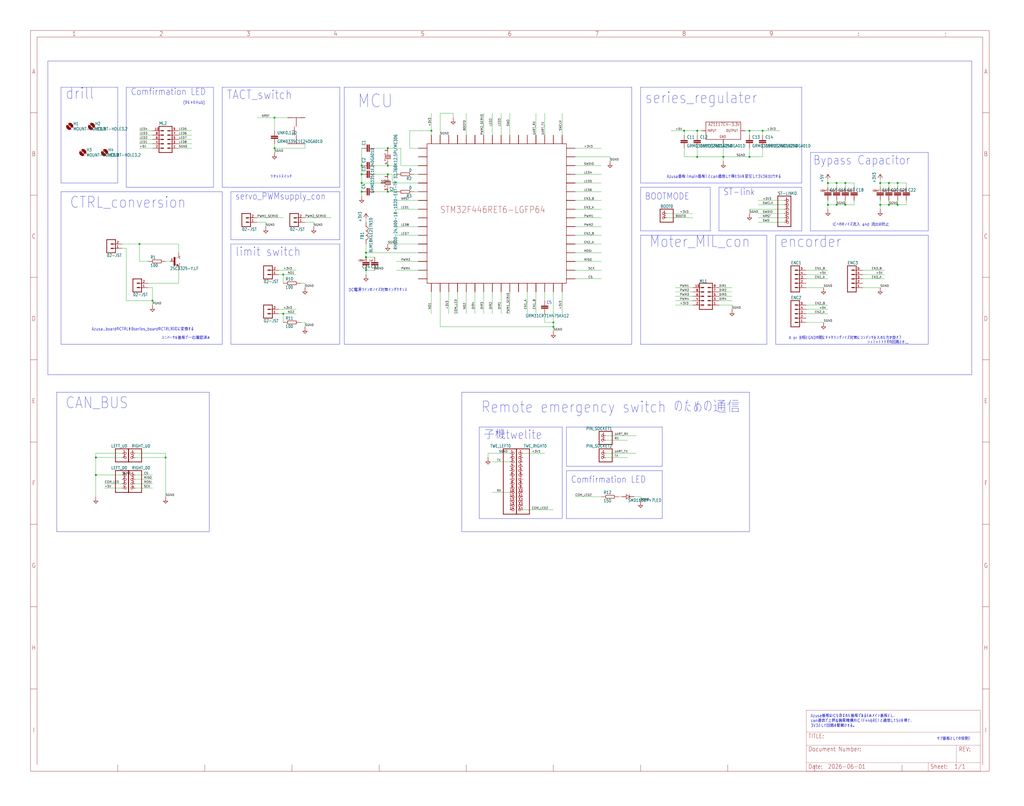
<source format=kicad_sch>
(kicad_sch (version 20230121) (generator eeschema)
  (paper "User" 596.9 469.951)
  (junction (at 165.1 182.88))
  (junction (at 406.4 76.2))
  (junction (at 518.16 119.38))
  (junction (at 444.5 76.2))
  (junction (at 210.82 111.76))
  (junction (at 55.88 266.7))
  (junction (at 513.08 106.68))
  (junction (at 487.68 106.68))
  (junction (at 226.06 86.36))
  (junction (at 406.4 91.44))
  (junction (at 213.36 149.86))
  (junction (at 96.52 266.7))
  (junction (at 165.1 160.02))
  (junction (at 251.46 76.2))
  (junction (at 513.08 119.38))
  (junction (at 492.76 106.68))
  (junction (at 487.68 119.38))
  (junction (at 398.78 76.2))
  (junction (at 436.88 91.44))
  (junction (at 523.24 119.38))
  (junction (at 421.64 91.44))
  (junction (at 210.82 101.6))
  (junction (at 88.9 175.26))
  (junction (at 210.82 106.68))
  (junction (at 322.58 187.96))
  (junction (at 226.06 96.52))
  (junction (at 482.6 106.68))
  (junction (at 518.16 106.68))
  (junction (at 482.6 119.38))
  (junction (at 81.28 142.24))
  (junction (at 55.88 276.86))
  (junction (at 210.82 96.52))
  (junction (at 322.58 190.5))
  (junction (at 226.06 111.76))
  (junction (at 213.36 147.32))
  (junction (at 492.76 119.38))
  (junction (at 436.88 76.2))
  (junction (at 160.02 68.58))
  (junction (at 523.24 106.68))
  (junction (at 226.06 101.6))
  (junction (at 160.02 86.36))
  (junction (at 213.36 157.48))
  (wire (pts (xy 327.66 78.74) (xy 327.66 66.04)) (stroke (width 0.1524)))
  (polyline (pts (xy 35.56 50.8) (xy 68.58 50.8)) (stroke (width 0.1524) (type solid)))
  (wire (pts (xy 457.2 124.46) (xy 441.96 124.46)) (stroke (width 0.1524)))
  (wire (pts (xy 78.74 279.4) (xy 88.9 279.4)) (stroke (width 0.1524)))
  (polyline (pts (xy 35.56 200.66) (xy 35.56 111.76)) (stroke (width 0.1524) (type solid)))
  (wire (pts (xy 436.88 121.92) (xy 457.2 121.92)) (stroke (width 0.1524)))
  (wire (pts (xy 307.34 170.18) (xy 307.34 182.88)) (stroke (width 0.1524)))
  (wire (pts (xy 419.1 167.64) (xy 426.72 167.64)) (stroke (width 0.1524)))
  (wire (pts (xy 482.6 106.68) (xy 482.6 109.22)) (stroke (width 0.1524)))
  (polyline (pts (xy 35.56 111.76) (xy 129.54 111.76)) (stroke (width 0.1524) (type solid)))
  (wire (pts (xy 335.28 137.16) (xy 350.52 137.16)) (stroke (width 0.1524)))
  (wire (pts (xy 177.8 83.83) (xy 177.8 86.36)) (stroke (width 0.1524)))
  (polyline (pts (xy 73.66 109.22) (xy 124.46 109.22)) (stroke (width 0.1524) (type solid)))
  (wire (pts (xy 231.14 96.52) (xy 231.14 101.6)) (stroke (width 0.1524)))
  (wire (pts (xy 335.28 147.32) (xy 350.52 147.32)) (stroke (width 0.1524)))
  (wire (pts (xy 226.06 111.76) (xy 218.44 111.76)) (stroke (width 0.1524)))
  (wire (pts (xy 177.8 127) (xy 193.04 127)) (stroke (width 0.1524)))
  (wire (pts (xy 355.6 91.44) (xy 355.6 93.98)) (stroke (width 0.1524)))
  (wire (pts (xy 436.88 124.46) (xy 436.88 121.92)) (stroke (width 0.1524)))
  (wire (pts (xy 228.6 106.68) (xy 243.84 106.68)) (stroke (width 0.1524)))
  (wire (pts (xy 104.14 147.32) (xy 104.14 142.24)) (stroke (width 0.1524)))
  (wire (pts (xy 335.28 106.68) (xy 350.52 106.68)) (stroke (width 0.1524)))
  (wire (pts (xy 528.32 119.38) (xy 528.32 116.84)) (stroke (width 0.1524)))
  (wire (pts (xy 213.36 147.32) (xy 213.36 142.24)) (stroke (width 0.1524)))
  (wire (pts (xy 81.28 152.4) (xy 81.28 142.24)) (stroke (width 0.1524)))
  (wire (pts (xy 88.9 83.82) (xy 81.28 83.82)) (stroke (width 0.1524)))
  (wire (pts (xy 266.7 170.18) (xy 266.7 182.88)) (stroke (width 0.1524)))
  (wire (pts (xy 350.52 289.56) (xy 335.28 289.56)) (stroke (width 0.1524)))
  (wire (pts (xy 304.8 297.18) (xy 322.58 297.18)) (stroke (width 0.1524)))
  (wire (pts (xy 335.28 157.48) (xy 350.52 157.48)) (stroke (width 0.1524)))
  (wire (pts (xy 104.14 86.36) (xy 111.76 86.36)) (stroke (width 0.1524)))
  (wire (pts (xy 243.84 132.08) (xy 231.14 132.08)) (stroke (width 0.1524)))
  (polyline (pts (xy 124.46 50.8) (xy 73.66 50.8)) (stroke (width 0.1524) (type solid)))
  (polyline (pts (xy 68.58 50.8) (xy 68.58 106.68)) (stroke (width 0.1524) (type solid)))
  (polyline (pts (xy 467.36 134.62) (xy 467.36 109.22)) (stroke (width 0.1524) (type solid)))
  (wire (pts (xy 492.76 106.68) (xy 492.76 109.22)) (stroke (width 0.1524)))
  (wire (pts (xy 436.88 78.74) (xy 436.88 76.2)) (stroke (width 0.1524)))
  (wire (pts (xy 243.84 142.24) (xy 226.06 142.24)) (stroke (width 0.1524)))
  (wire (pts (xy 518.16 106.68) (xy 523.24 106.68)) (stroke (width 0.1524)))
  (wire (pts (xy 398.78 78.74) (xy 398.78 76.2)) (stroke (width 0.1524)))
  (wire (pts (xy 398.78 86.36) (xy 398.78 91.44)) (stroke (width 0.1524)))
  (wire (pts (xy 154.94 129.54) (xy 154.94 132.08)) (stroke (width 0.1524)))
  (wire (pts (xy 353.06 264.16) (xy 370.84 264.16)) (stroke (width 0.1524)))
  (wire (pts (xy 335.28 96.52) (xy 350.52 96.52)) (stroke (width 0.1524)))
  (polyline (pts (xy 330.2 248.92) (xy 330.2 271.78)) (stroke (width 0.1524) (type solid)))
  (wire (pts (xy 513.08 121.92) (xy 513.08 119.38)) (stroke (width 0.1524)))
  (wire (pts (xy 231.14 111.76) (xy 226.06 111.76)) (stroke (width 0.1524)))
  (wire (pts (xy 528.32 106.68) (xy 528.32 109.22)) (stroke (width 0.1524)))
  (polyline (pts (xy 452.12 137.16) (xy 541.02 137.16)) (stroke (width 0.1524) (type solid)))
  (wire (pts (xy 55.88 264.16) (xy 55.88 266.7)) (stroke (width 0.1524)))
  (wire (pts (xy 271.78 78.74) (xy 271.78 66.04)) (stroke (width 0.1524)))
  (wire (pts (xy 104.14 157.48) (xy 104.14 165.1)) (stroke (width 0.1524)))
  (polyline (pts (xy 472.44 88.9) (xy 472.44 134.62)) (stroke (width 0.1524) (type solid)))
  (wire (pts (xy 177.8 165.1) (xy 177.8 167.64)) (stroke (width 0.1524)))
  (wire (pts (xy 210.82 96.52) (xy 210.82 101.6)) (stroke (width 0.1524)))
  (wire (pts (xy 469.9 160.02) (xy 482.6 160.02)) (stroke (width 0.1524)))
  (wire (pts (xy 297.18 170.18) (xy 297.18 182.88)) (stroke (width 0.1524)))
  (wire (pts (xy 492.76 106.68) (xy 497.84 106.68)) (stroke (width 0.1524)))
  (wire (pts (xy 406.4 91.44) (xy 421.64 91.44)) (stroke (width 0.1524)))
  (wire (pts (xy 243.84 116.84) (xy 231.14 116.84)) (stroke (width 0.1524)))
  (wire (pts (xy 523.24 119.38) (xy 528.32 119.38)) (stroke (width 0.1524)))
  (wire (pts (xy 353.06 256.54) (xy 365.76 256.54)) (stroke (width 0.1524)))
  (polyline (pts (xy 27.94 35.56) (xy 27.94 218.44)) (stroke (width 0.1524) (type solid)))
  (wire (pts (xy 256.54 78.74) (xy 256.54 66.04)) (stroke (width 0.1524)))
  (wire (pts (xy 421.64 91.44) (xy 421.64 93.98)) (stroke (width 0.1524)))
  (wire (pts (xy 78.74 264.16) (xy 96.52 264.16)) (stroke (width 0.1524)))
  (wire (pts (xy 86.36 152.4) (xy 81.28 152.4)) (stroke (width 0.1524)))
  (wire (pts (xy 55.88 276.86) (xy 55.88 289.56)) (stroke (width 0.1524)))
  (wire (pts (xy 373.38 289.56) (xy 373.38 292.1)) (stroke (width 0.1524)))
  (wire (pts (xy 88.9 78.74) (xy 81.28 78.74)) (stroke (width 0.1524)))
  (wire (pts (xy 317.5 187.96) (xy 322.58 187.96)) (stroke (width 0.1524)))
  (wire (pts (xy 243.84 152.4) (xy 231.14 152.4)) (stroke (width 0.1524)))
  (wire (pts (xy 434.34 76.2) (xy 436.88 76.2)) (stroke (width 0.1524)))
  (wire (pts (xy 436.88 91.44) (xy 444.5 91.44)) (stroke (width 0.1524)))
  (polyline (pts (xy 373.38 109.22) (xy 414.02 109.22)) (stroke (width 0.1524) (type solid)))
  (wire (pts (xy 419.1 177.8) (xy 426.72 177.8)) (stroke (width 0.1524)))
  (wire (pts (xy 71.12 276.86) (xy 55.88 276.86)) (stroke (width 0.1524)))
  (polyline (pts (xy 35.56 106.68) (xy 35.56 50.8)) (stroke (width 0.1524) (type solid)))
  (wire (pts (xy 317.5 170.18) (xy 317.5 175.26)) (stroke (width 0.1524)))
  (wire (pts (xy 469.9 187.96) (xy 480.06 187.96)) (stroke (width 0.1524)))
  (polyline (pts (xy 129.54 111.76) (xy 129.54 200.66)) (stroke (width 0.1524) (type solid)))
  (polyline (pts (xy 269.24 309.88) (xy 269.24 228.6)) (stroke (width 0.1524) (type solid)))
  (wire (pts (xy 243.84 86.36) (xy 238.76 86.36)) (stroke (width 0.1524)))
  (wire (pts (xy 502.92 160.02) (xy 515.62 160.02)) (stroke (width 0.1524)))
  (polyline (pts (xy 373.38 137.16) (xy 447.04 137.16)) (stroke (width 0.1524) (type solid)))
  (wire (pts (xy 436.88 91.44) (xy 436.88 86.36)) (stroke (width 0.1524)))
  (wire (pts (xy 96.52 152.4) (xy 99.06 152.4)) (stroke (width 0.1524)))
  (polyline (pts (xy 134.62 111.76) (xy 198.12 111.76)) (stroke (width 0.1524) (type solid)))
  (wire (pts (xy 492.76 116.84) (xy 492.76 119.38)) (stroke (width 0.1524)))
  (wire (pts (xy 457.2 119.38) (xy 441.96 119.38)) (stroke (width 0.1524)))
  (wire (pts (xy 243.84 121.92) (xy 231.14 121.92)) (stroke (width 0.1524)))
  (wire (pts (xy 81.28 142.24) (xy 104.14 142.24)) (stroke (width 0.1524)))
  (wire (pts (xy 492.76 119.38) (xy 487.68 119.38)) (stroke (width 0.1524)))
  (wire (pts (xy 304.8 264.16) (xy 317.5 264.16)) (stroke (width 0.1524)))
  (wire (pts (xy 287.02 170.18) (xy 287.02 182.88)) (stroke (width 0.1524)))
  (wire (pts (xy 160.02 68.58) (xy 149.86 68.58)) (stroke (width 0.1524)))
  (polyline (pts (xy 541.02 137.16) (xy 541.02 200.66)) (stroke (width 0.1524) (type solid)))
  (wire (pts (xy 238.76 76.2) (xy 251.46 76.2)) (stroke (width 0.1524)))
  (wire (pts (xy 482.6 116.84) (xy 482.6 119.38)) (stroke (width 0.1524)))
  (wire (pts (xy 226.06 96.52) (xy 231.14 96.52)) (stroke (width 0.1524)))
  (wire (pts (xy 513.08 116.84) (xy 513.08 119.38)) (stroke (width 0.1524)))
  (wire (pts (xy 469.9 177.8) (xy 482.6 177.8)) (stroke (width 0.1524)))
  (wire (pts (xy 419.1 175.26) (xy 426.72 175.26)) (stroke (width 0.1524)))
  (polyline (pts (xy 386.08 271.78) (xy 386.08 248.92)) (stroke (width 0.1524) (type solid)))
  (polyline (pts (xy 129.54 109.22) (xy 198.12 109.22)) (stroke (width 0.1524) (type solid)))
  (wire (pts (xy 213.36 127) (xy 213.36 129.54)) (stroke (width 0.1524)))
  (wire (pts (xy 297.18 78.74) (xy 297.18 66.04)) (stroke (width 0.1524)))
  (wire (pts (xy 175.26 165.1) (xy 177.8 165.1)) (stroke (width 0.1524)))
  (wire (pts (xy 487.68 109.22) (xy 487.68 106.68)) (stroke (width 0.1524)))
  (wire (pts (xy 335.28 162.56) (xy 350.52 162.56)) (stroke (width 0.1524)))
  (polyline (pts (xy 269.24 228.6) (xy 436.88 228.6)) (stroke (width 0.1524) (type solid)))
  (wire (pts (xy 317.5 78.74) (xy 317.5 66.04)) (stroke (width 0.1524)))
  (wire (pts (xy 406.4 91.44) (xy 406.4 86.36)) (stroke (width 0.1524)))
  (polyline (pts (xy 330.2 271.78) (xy 386.08 271.78)) (stroke (width 0.1524) (type solid)))
  (polyline (pts (xy 124.46 109.22) (xy 124.46 50.8)) (stroke (width 0.1524) (type solid)))
  (polyline (pts (xy 198.12 142.24) (xy 198.12 200.66)) (stroke (width 0.1524) (type solid)))
  (wire (pts (xy 71.12 142.24) (xy 81.28 142.24)) (stroke (width 0.1524)))
  (wire (pts (xy 241.3 111.76) (xy 243.84 111.76)) (stroke (width 0.1524)))
  (wire (pts (xy 513.08 119.38) (xy 518.16 119.38)) (stroke (width 0.1524)))
  (polyline (pts (xy 129.54 200.66) (xy 35.56 200.66)) (stroke (width 0.1524) (type solid)))
  (wire (pts (xy 482.6 104.14) (xy 482.6 106.68)) (stroke (width 0.1524)))
  (wire (pts (xy 88.9 167.64) (xy 88.9 175.26)) (stroke (width 0.1524)))
  (wire (pts (xy 513.08 104.14) (xy 513.08 106.68)) (stroke (width 0.1524)))
  (wire (pts (xy 317.5 182.88) (xy 317.5 187.96)) (stroke (width 0.1524)))
  (wire (pts (xy 226.06 86.36) (xy 218.44 86.36)) (stroke (width 0.1524)))
  (polyline (pts (xy 414.02 109.22) (xy 414.02 134.62)) (stroke (width 0.1524) (type solid)))
  (wire (pts (xy 335.28 142.24) (xy 350.52 142.24)) (stroke (width 0.1524)))
  (polyline (pts (xy 447.04 200.66) (xy 373.38 200.66)) (stroke (width 0.1524) (type solid)))
  (wire (pts (xy 104.14 76.2) (xy 111.76 76.2)) (stroke (width 0.1524)))
  (wire (pts (xy 149.86 129.54) (xy 154.94 129.54)) (stroke (width 0.1524)))
  (wire (pts (xy 513.08 109.22) (xy 513.08 106.68)) (stroke (width 0.1524)))
  (wire (pts (xy 482.6 119.38) (xy 482.6 121.92)) (stroke (width 0.1524)))
  (wire (pts (xy 73.66 175.26) (xy 73.66 144.78)) (stroke (width 0.1524)))
  (polyline (pts (xy 566.42 35.56) (xy 27.94 35.56)) (stroke (width 0.1524) (type solid)))
  (wire (pts (xy 213.36 157.48) (xy 218.44 157.48)) (stroke (width 0.1524)))
  (polyline (pts (xy 134.62 142.24) (xy 198.12 142.24)) (stroke (width 0.1524) (type solid)))
  (wire (pts (xy 162.56 160.02) (xy 165.1 160.02)) (stroke (width 0.1524)))
  (polyline (pts (xy 386.08 274.32) (xy 386.08 302.26)) (stroke (width 0.1524) (type solid)))
  (wire (pts (xy 88.9 175.26) (xy 88.9 177.8)) (stroke (width 0.1524)))
  (polyline (pts (xy 373.38 134.62) (xy 373.38 109.22)) (stroke (width 0.1524) (type solid)))
  (wire (pts (xy 104.14 81.28) (xy 111.76 81.28)) (stroke (width 0.1524)))
  (wire (pts (xy 444.5 76.2) (xy 454.66 76.2)) (stroke (width 0.1524)))
  (wire (pts (xy 322.58 170.18) (xy 322.58 187.96)) (stroke (width 0.1524)))
  (wire (pts (xy 162.56 182.88) (xy 165.1 182.88)) (stroke (width 0.1524)))
  (wire (pts (xy 71.12 266.7) (xy 55.88 266.7)) (stroke (width 0.1524)))
  (wire (pts (xy 436.88 76.2) (xy 444.5 76.2)) (stroke (width 0.1524)))
  (wire (pts (xy 287.02 78.74) (xy 287.02 66.04)) (stroke (width 0.1524)))
  (wire (pts (xy 469.9 167.64) (xy 480.06 167.64)) (stroke (width 0.1524)))
  (wire (pts (xy 160.02 68.58) (xy 160.02 76.2)) (stroke (width 0.1524)))
  (polyline (pts (xy 541.02 134.62) (xy 541.02 88.9)) (stroke (width 0.1524) (type solid)))
  (wire (pts (xy 96.52 266.7) (xy 96.52 289.56)) (stroke (width 0.1524)))
  (polyline (pts (xy 467.36 106.68) (xy 467.36 50.8)) (stroke (width 0.1524) (type solid)))
  (wire (pts (xy 518.16 119.38) (xy 523.24 119.38)) (stroke (width 0.1524)))
  (wire (pts (xy 312.42 170.18) (xy 312.42 182.88)) (stroke (width 0.1524)))
  (wire (pts (xy 221.996 106.68) (xy 210.82 106.68)) (stroke (width 0.1524)))
  (wire (pts (xy 149.86 127) (xy 165.1 127)) (stroke (width 0.1524)))
  (wire (pts (xy 210.82 106.68) (xy 210.82 111.76)) (stroke (width 0.1524)))
  (polyline (pts (xy 419.1 109.22) (xy 419.1 134.62)) (stroke (width 0.1524) (type solid)))
  (wire (pts (xy 497.84 106.68) (xy 497.84 109.22)) (stroke (width 0.1524)))
  (wire (pts (xy 292.1 78.74) (xy 292.1 66.04)) (stroke (width 0.1524)))
  (wire (pts (xy 78.74 281.94) (xy 88.9 281.94)) (stroke (width 0.1524)))
  (wire (pts (xy 398.78 76.2) (xy 391.16 76.2)) (stroke (width 0.1524)))
  (wire (pts (xy 261.62 170.18) (xy 261.62 182.88)) (stroke (width 0.1524)))
  (wire (pts (xy 243.84 157.48) (xy 231.14 157.48)) (stroke (width 0.1524)))
  (wire (pts (xy 71.12 264.16) (xy 55.88 264.16)) (stroke (width 0.1524)))
  (wire (pts (xy 335.28 91.44) (xy 355.6 91.44)) (stroke (width 0.1524)))
  (wire (pts (xy 441.96 116.84) (xy 457.2 116.84)) (stroke (width 0.1524)))
  (polyline (pts (xy 419.1 134.62) (xy 467.36 134.62)) (stroke (width 0.1524) (type solid)))
  (polyline (pts (xy 386.08 302.26) (xy 330.2 302.26)) (stroke (width 0.1524) (type solid)))
  (wire (pts (xy 469.9 180.34) (xy 482.6 180.34)) (stroke (width 0.1524)))
  (wire (pts (xy 408.94 76.2) (xy 406.4 76.2)) (stroke (width 0.1524)))
  (wire (pts (xy 523.24 106.68) (xy 523.24 109.22)) (stroke (width 0.1524)))
  (wire (pts (xy 469.9 157.48) (xy 482.6 157.48)) (stroke (width 0.1524)))
  (wire (pts (xy 353.06 254) (xy 370.84 254)) (stroke (width 0.1524)))
  (wire (pts (xy 228.6 101.6) (xy 226.06 101.6)) (stroke (width 0.1524)))
  (wire (pts (xy 403.86 177.8) (xy 393.7 177.8)) (stroke (width 0.1524)))
  (polyline (pts (xy 541.02 88.9) (xy 472.44 88.9)) (stroke (width 0.1524) (type solid)))
  (wire (pts (xy 233.68 86.36) (xy 226.06 86.36)) (stroke (width 0.1524)))
  (polyline (pts (xy 73.66 50.8) (xy 73.66 109.22)) (stroke (width 0.1524) (type solid)))
  (wire (pts (xy 167.65 68.58) (xy 160.02 68.58)) (stroke (width 0.1524)))
  (polyline (pts (xy 452.12 200.66) (xy 452.12 137.16)) (stroke (width 0.1524) (type solid)))
  (polyline (pts (xy 330.2 302.26) (xy 330.2 274.32)) (stroke (width 0.1524) (type solid)))
  (polyline (pts (xy 200.66 200.66) (xy 368.3 200.66)) (stroke (width 0.1524) (type solid)))
  (wire (pts (xy 71.12 284.48) (xy 60.96 284.48)) (stroke (width 0.1524)))
  (wire (pts (xy 233.68 96.52) (xy 243.84 96.52)) (stroke (width 0.1524)))
  (polyline (pts (xy 327.66 248.92) (xy 279.4 248.92)) (stroke (width 0.1524) (type solid)))
  (polyline (pts (xy 467.36 109.22) (xy 419.1 109.22)) (stroke (width 0.1524) (type solid)))
  (wire (pts (xy 469.9 182.88) (xy 482.6 182.88)) (stroke (width 0.1524)))
  (polyline (pts (xy 472.44 134.62) (xy 541.02 134.62)) (stroke (width 0.1524) (type solid)))
  (wire (pts (xy 322.58 187.96) (xy 322.58 190.5)) (stroke (width 0.1524)))
  (polyline (pts (xy 330.2 274.32) (xy 386.08 274.32)) (stroke (width 0.1524) (type solid)))
  (wire (pts (xy 86.36 167.64) (xy 88.9 167.64)) (stroke (width 0.1524)))
  (polyline (pts (xy 121.92 309.88) (xy 121.92 228.6)) (stroke (width 0.1524) (type solid)))
  (wire (pts (xy 457.2 129.54) (xy 441.96 129.54)) (stroke (width 0.1524)))
  (wire (pts (xy 421.64 83.82) (xy 421.64 91.44)) (stroke (width 0.1524)))
  (wire (pts (xy 160.02 83.82) (xy 160.02 86.36)) (stroke (width 0.1524)))
  (wire (pts (xy 241.3 101.6) (xy 243.84 101.6)) (stroke (width 0.1524)))
  (wire (pts (xy 88.9 81.28) (xy 81.28 81.28)) (stroke (width 0.1524)))
  (polyline (pts (xy 198.12 50.8) (xy 129.54 50.8)) (stroke (width 0.1524) (type solid)))
  (polyline (pts (xy 436.88 228.6) (xy 436.88 309.88)) (stroke (width 0.1524) (type solid)))
  (wire (pts (xy 335.28 86.36) (xy 350.52 86.36)) (stroke (width 0.1524)))
  (wire (pts (xy 297.18 269.24) (xy 287.02 269.24)) (stroke (width 0.1524)))
  (wire (pts (xy 71.12 144.78) (xy 73.66 144.78)) (stroke (width 0.1524)))
  (wire (pts (xy 406.4 76.2) (xy 398.78 76.2)) (stroke (width 0.1524)))
  (wire (pts (xy 388.62 127) (xy 403.86 127)) (stroke (width 0.1524)))
  (wire (pts (xy 335.28 132.08) (xy 350.52 132.08)) (stroke (width 0.1524)))
  (wire (pts (xy 335.28 116.84) (xy 350.52 116.84)) (stroke (width 0.1524)))
  (wire (pts (xy 251.46 78.74) (xy 251.46 76.2)) (stroke (width 0.1524)))
  (wire (pts (xy 513.08 106.68) (xy 518.16 106.68)) (stroke (width 0.1524)))
  (wire (pts (xy 271.78 170.18) (xy 271.78 182.88)) (stroke (width 0.1524)))
  (wire (pts (xy 322.58 190.5) (xy 256.54 190.5)) (stroke (width 0.1524)))
  (polyline (pts (xy 198.12 109.22) (xy 198.12 50.8)) (stroke (width 0.1524) (type solid)))
  (wire (pts (xy 360.68 289.56) (xy 362.458 289.56)) (stroke (width 0.1524)))
  (polyline (pts (xy 198.12 139.7) (xy 134.62 139.7)) (stroke (width 0.1524) (type solid)))
  (wire (pts (xy 165.1 182.88) (xy 165.1 187.96)) (stroke (width 0.1524)))
  (polyline (pts (xy 200.66 50.8) (xy 200.66 200.66)) (stroke (width 0.1524) (type solid)))
  (wire (pts (xy 403.86 175.26) (xy 393.7 175.26)) (stroke (width 0.1524)))
  (wire (pts (xy 55.88 266.7) (xy 55.88 276.86)) (stroke (width 0.1524)))
  (polyline (pts (xy 414.02 134.62) (xy 373.38 134.62)) (stroke (width 0.1524) (type solid)))
  (wire (pts (xy 78.74 284.48) (xy 88.9 284.48)) (stroke (width 0.1524)))
  (wire (pts (xy 487.68 106.68) (xy 492.76 106.68)) (stroke (width 0.1524)))
  (polyline (pts (xy 386.08 248.92) (xy 330.2 248.92)) (stroke (width 0.1524) (type solid)))
  (wire (pts (xy 335.28 101.6) (xy 350.52 101.6)) (stroke (width 0.1524)))
  (wire (pts (xy 457.2 127) (xy 441.96 127)) (stroke (width 0.1524)))
  (wire (pts (xy 218.44 101.6) (xy 226.06 101.6)) (stroke (width 0.1524)))
  (polyline (pts (xy 198.12 111.76) (xy 198.12 139.7)) (stroke (width 0.1524) (type solid)))
  (wire (pts (xy 104.14 78.74) (xy 111.76 78.74)) (stroke (width 0.1524)))
  (wire (pts (xy 165.1 182.88) (xy 172.72 182.88)) (stroke (width 0.1524)))
  (wire (pts (xy 78.74 266.7) (xy 96.52 266.7)) (stroke (width 0.1524)))
  (polyline (pts (xy 134.62 200.66) (xy 134.62 142.24)) (stroke (width 0.1524) (type solid)))
  (wire (pts (xy 233.68 96.52) (xy 233.68 86.36)) (stroke (width 0.1524)))
  (wire (pts (xy 297.18 287.02) (xy 287.02 287.02)) (stroke (width 0.1524)))
  (wire (pts (xy 213.36 149.86) (xy 213.36 147.32)) (stroke (width 0.1524)))
  (wire (pts (xy 335.28 121.92) (xy 350.52 121.92)) (stroke (width 0.1524)))
  (wire (pts (xy 177.8 86.36) (xy 160.02 86.36)) (stroke (width 0.1524)))
  (wire (pts (xy 218.44 149.86) (xy 213.36 149.86)) (stroke (width 0.1524)))
  (wire (pts (xy 182.88 129.54) (xy 182.88 132.08)) (stroke (width 0.1524)))
  (wire (pts (xy 403.86 172.72) (xy 393.7 172.72)) (stroke (width 0.1524)))
  (polyline (pts (xy 373.38 200.66) (xy 373.38 137.16)) (stroke (width 0.1524) (type solid)))
  (wire (pts (xy 78.74 276.86) (xy 88.9 276.86)) (stroke (width 0.1524)))
  (wire (pts (xy 276.86 170.18) (xy 276.86 182.88)) (stroke (width 0.1524)))
  (wire (pts (xy 210.82 86.36) (xy 210.82 96.52)) (stroke (width 0.1524)))
  (polyline (pts (xy 327.66 302.26) (xy 327.66 248.92)) (stroke (width 0.1524) (type solid)))
  (wire (pts (xy 518.16 116.84) (xy 518.16 119.38)) (stroke (width 0.1524)))
  (wire (pts (xy 487.68 116.84) (xy 487.68 119.38)) (stroke (width 0.1524)))
  (wire (pts (xy 160.02 86.36) (xy 160.02 88.9)) (stroke (width 0.1524)))
  (wire (pts (xy 284.48 264.16) (xy 284.48 266.7)) (stroke (width 0.1524)))
  (wire (pts (xy 264.16 66.04) (xy 264.16 68.58)) (stroke (width 0.1524)))
  (wire (pts (xy 104.14 83.82) (xy 111.76 83.82)) (stroke (width 0.1524)))
  (wire (pts (xy 218.44 96.52) (xy 226.06 96.52)) (stroke (width 0.1524)))
  (polyline (pts (xy 279.4 248.92) (xy 279.4 302.26)) (stroke (width 0.1524) (type solid)))
  (wire (pts (xy 88.9 76.2) (xy 81.28 76.2)) (stroke (width 0.1524)))
  (wire (pts (xy 88.9 86.36) (xy 81.28 86.36)) (stroke (width 0.1524)))
  (wire (pts (xy 210.82 101.6) (xy 210.82 106.68)) (stroke (width 0.1524)))
  (wire (pts (xy 444.5 91.44) (xy 444.5 86.36)) (stroke (width 0.1524)))
  (wire (pts (xy 335.28 152.4) (xy 350.52 152.4)) (stroke (width 0.1524)))
  (wire (pts (xy 104.14 165.1) (xy 86.36 165.1)) (stroke (width 0.1524)))
  (wire (pts (xy 487.68 119.38) (xy 482.6 119.38)) (stroke (width 0.1524)))
  (wire (pts (xy 88.9 175.26) (xy 73.66 175.26)) (stroke (width 0.1524)))
  (polyline (pts (xy 129.54 50.8) (xy 129.54 109.22)) (stroke (width 0.1524) (type solid)))
  (wire (pts (xy 292.1 170.18) (xy 292.1 182.88)) (stroke (width 0.1524)))
  (wire (pts (xy 497.84 116.84) (xy 497.84 119.38)) (stroke (width 0.1524)))
  (wire (pts (xy 251.46 76.2) (xy 251.46 66.04)) (stroke (width 0.1524)))
  (polyline (pts (xy 198.12 200.66) (xy 134.62 200.66)) (stroke (width 0.1524) (type solid)))
  (wire (pts (xy 502.92 157.48) (xy 515.62 157.48)) (stroke (width 0.1524)))
  (polyline (pts (xy 373.38 106.68) (xy 467.36 106.68)) (stroke (width 0.1524) (type solid)))
  (wire (pts (xy 327.66 170.18) (xy 327.66 182.88)) (stroke (width 0.1524)))
  (wire (pts (xy 162.56 157.48) (xy 172.72 157.48)) (stroke (width 0.1524)))
  (wire (pts (xy 177.77 83.83) (xy 177.8 83.83)) (stroke (width 0.1524)))
  (wire (pts (xy 281.94 78.74) (xy 281.94 66.04)) (stroke (width 0.1524)))
  (wire (pts (xy 256.54 190.5) (xy 256.54 170.18)) (stroke (width 0.1524)))
  (polyline (pts (xy 279.4 302.26) (xy 327.66 302.26)) (stroke (width 0.1524) (type solid)))
  (wire (pts (xy 406.4 78.74) (xy 406.4 76.2)) (stroke (width 0.1524)))
  (polyline (pts (xy 368.3 200.66) (xy 368.3 50.8)) (stroke (width 0.1524) (type solid)))
  (wire (pts (xy 210.82 111.76) (xy 210.82 114.3)) (stroke (width 0.1524)))
  (wire (pts (xy 213.36 160.02) (xy 213.36 157.48)) (stroke (width 0.1524)))
  (wire (pts (xy 523.24 119.38) (xy 523.24 116.84)) (stroke (width 0.1524)))
  (wire (pts (xy 419.1 170.18) (xy 426.72 170.18)) (stroke (width 0.1524)))
  (polyline (pts (xy 121.92 228.6) (xy 33.02 228.6)) (stroke (width 0.1524) (type solid)))
  (wire (pts (xy 518.16 109.22) (xy 518.16 106.68)) (stroke (width 0.1524)))
  (wire (pts (xy 469.9 162.56) (xy 482.6 162.56)) (stroke (width 0.1524)))
  (wire (pts (xy 487.68 106.68) (xy 482.6 106.68)) (stroke (width 0.1524)))
  (polyline (pts (xy 33.02 228.6) (xy 33.02 309.88)) (stroke (width 0.1524) (type solid)))
  (polyline (pts (xy 68.58 106.68) (xy 35.56 106.68)) (stroke (width 0.1524) (type solid)))
  (wire (pts (xy 165.1 160.02) (xy 165.1 165.1)) (stroke (width 0.1524)))
  (polyline (pts (xy 436.88 309.88) (xy 269.24 309.88)) (stroke (width 0.1524) (type solid)))
  (wire (pts (xy 281.94 170.18) (xy 281.94 182.88)) (stroke (width 0.1524)))
  (wire (pts (xy 177.8 129.54) (xy 182.88 129.54)) (stroke (width 0.1524)))
  (wire (pts (xy 523.24 106.68) (xy 528.32 106.68)) (stroke (width 0.1524)))
  (wire (pts (xy 238.76 86.36) (xy 238.76 76.2)) (stroke (width 0.1524)))
  (polyline (pts (xy 467.36 50.8) (xy 373.38 50.8)) (stroke (width 0.1524) (type solid)))
  (wire (pts (xy 335.28 127) (xy 350.52 127)) (stroke (width 0.1524)))
  (wire (pts (xy 426.72 180.34) (xy 426.72 177.8)) (stroke (width 0.1524)))
  (wire (pts (xy 96.52 264.16) (xy 96.52 266.7)) (stroke (width 0.1524)))
  (wire (pts (xy 403.86 167.64) (xy 393.7 167.64)) (stroke (width 0.1524)))
  (wire (pts (xy 369.57 289.56) (xy 373.38 289.56)) (stroke (width 0.1524)))
  (wire (pts (xy 444.5 78.74) (xy 444.5 76.2)) (stroke (width 0.1524)))
  (wire (pts (xy 502.92 167.64) (xy 513.08 167.64)) (stroke (width 0.1524)))
  (polyline (pts (xy 27.94 218.44) (xy 566.42 218.44)) (stroke (width 0.1524) (type solid)))
  (wire (pts (xy 403.86 170.18) (xy 393.7 170.18)) (stroke (width 0.1524)))
  (wire (pts (xy 419.1 172.72) (xy 426.72 172.72)) (stroke (width 0.1524)))
  (polyline (pts (xy 566.42 218.44) (xy 566.42 35.56)) (stroke (width 0.1524) (type solid)))
  (polyline (pts (xy 134.62 139.7) (xy 134.62 111.76)) (stroke (width 0.1524) (type solid)))
  (wire (pts (xy 497.84 119.38) (xy 492.76 119.38)) (stroke (width 0.1524)))
  (wire (pts (xy 297.18 264.16) (xy 284.48 264.16)) (stroke (width 0.1524)))
  (wire (pts (xy 335.28 111.76) (xy 350.52 111.76)) (stroke (width 0.1524)))
  (wire (pts (xy 251.46 170.18) (xy 251.46 182.88)) (stroke (width 0.1524)))
  (wire (pts (xy 228.6 106.68) (xy 228.6 101.6)) (stroke (width 0.1524)))
  (wire (pts (xy 388.62 124.46) (xy 403.86 124.46)) (stroke (width 0.1524)))
  (wire (pts (xy 398.78 91.44) (xy 406.4 91.44)) (stroke (width 0.1524)))
  (wire (pts (xy 165.1 160.02) (xy 172.72 160.02)) (stroke (width 0.1524)))
  (polyline (pts (xy 33.02 309.88) (xy 121.92 309.88)) (stroke (width 0.1524) (type solid)))
  (wire (pts (xy 243.84 147.32) (xy 213.36 147.32)) (stroke (width 0.1524)))
  (polyline (pts (xy 452.12 200.66) (xy 541.02 200.66)) (stroke (width 0.1524) (type solid)))
  (polyline (pts (xy 447.04 137.16) (xy 447.04 200.66)) (stroke (width 0.1524) (type solid)))
  (wire (pts (xy 243.84 137.16) (xy 231.14 137.16)) (stroke (width 0.1524)))
  (wire (pts (xy 421.64 91.44) (xy 436.88 91.44)) (stroke (width 0.1524)))
  (polyline (pts (xy 373.38 50.8) (xy 373.38 106.68)) (stroke (width 0.1524) (type solid)))
  (polyline (pts (xy 368.3 50.8) (xy 200.66 50.8)) (stroke (width 0.1524) (type solid)))
  (wire (pts (xy 162.56 180.34) (xy 172.72 180.34)) (stroke (width 0.1524)))
  (wire (pts (xy 312.42 78.74) (xy 312.42 66.04)) (stroke (width 0.1524)))
  (wire (pts (xy 175.26 187.96) (xy 177.8 187.96)) (stroke (width 0.1524)))
  (wire (pts (xy 177.8 187.96) (xy 177.8 190.5)) (stroke (width 0.1524)))
  (wire (pts (xy 256.54 66.04) (xy 264.16 66.04)) (stroke (width 0.1524)))
  (wire (pts (xy 502.92 162.56) (xy 515.62 162.56)) (stroke (width 0.1524)))
  (wire (pts (xy 71.12 281.94) (xy 60.96 281.94)) (stroke (width 0.1524)))
  (wire (pts (xy 322.58 190.5) (xy 322.58 193.04)) (stroke (width 0.1524)))
  (wire (pts (xy 353.06 266.7) (xy 365.76 266.7)) (stroke (width 0.1524)))
  (text "Moter_MIL_con" (at 378.46 144.78 0) (effects (font (size 6.4516 5.4838)) (justify left bottom)))
  (text "Bypass Capacitor" (at 473.964 96.52 0) (effects (font (size 5.08 4.318)) (justify left bottom)))
  (text "子機twelite" (at 281.94 256.54 0) (effects (font (size 5.08 4.318)) (justify left bottom)))
  (text "サブ基板としての役割）" (at 546.1 431.8 0) (effects (font (size 1.778 1.5113)) (justify left bottom)))
  (text "BOOTMODE" (at 375.92 116.84 0) (effects (font (size 3.81 3.2385)) (justify left bottom)))
  (text "CAN_BUS" (at 38.1 238.76 0) (effects (font (size 6.4516 5.4838)) (justify left bottom)))
  (text "Azusa基板（main基板）とcan通信して得た5Vを変圧して3V3を出力する" (at 388.62 104.14 0) (effects (font (size 1.778 1.5113)) (justify left bottom)))
  (text "drill" (at 38.1 58.42 0) (effects (font (size 6.4516 5.4838)) (justify left bottom)))
  (text "encorder" (at 454.66 144.78 0) (effects (font (size 6.4516 5.4838)) (justify left bottom)))
  (text "Remote emergency switch のための通信" (at 431.8 233.68 0) (effects (font (size 6.4516 5.4838)) (justify right top)))
  (text "limit switch" (at 137.16 149.86 0) (effects (font (size 5.08 4.318)) (justify left bottom)))
  (text "リセットスイッチ" (at 157.48 104.14 0) (effects (font (size 1.778 1.5113)) (justify left bottom)))
  (text "TACT_switch" (at 132.08 58.42 0) (effects (font (size 5.08 4.318)) (justify left bottom)))
  (text "ユニバーサル基板で一応確認済み" (at 93.98 198.12 0) (effects (font (size 1.778 1.5113)) (justify left bottom)))
  (text "A or B相とGNDの間にチャタリングノイズ対策にコンデンサを入れた方が良き？" (at 459.74 198.12 0) (effects (font (size 1.778 1.5113)) (justify left bottom)))
  (text "C5" (at 318.516 177.546 0) (effects (font (size 1.778 1.5113)) (justify left bottom)))
  (text "Comfirmation LED" (at 76.2 55.88 0) (effects (font (size 3.81 3.2385)) (justify left bottom)))
  (text "Comfirmation LED" (at 332.74 281.94 0) (effects (font (size 3.81 3.2385)) (justify left bottom)))
  (text "DC電源ラインのノイズ対策インダクタンス" (at 203.2 170.18 0) (effects (font (size 1.778 1.5113)) (justify left bottom)))
  (text "Azusa＿boardのCTRLをBseries_boardのCTRL対応に変換する" (at 53.34 193.04 0) (effects (font (size 1.778 1.5113)) (justify left bottom)))
  (text "CTRL_conversion" (at 40.64 121.92 0) (effects (font (size 6.4516 5.4838)) (justify left bottom)))
  (text "Azusa基板はICも含まれた基板であるためメイン基板とし、\ncan通信で上昇＆摘果機構のIC（F446RE）と通信して５Vを得て、\n３V３として回路を駆動させる。" (at 472.44 424.18 0) (effects (font (size 1.778 1.5113)) (justify left bottom)))
  (text "ST-link" (at 421.64 114.3 0) (effects (font (size 3.81 3.2385)) (justify left bottom)))
  (text "servo_PWMsupply_con" (at 137.16 116.84 0) (effects (font (size 3.81 3.2385)) (justify left bottom)))
  (text "(ひにゃたHub)" (at 106.68 60.96 0) (effects (font (size 1.778 1.5113)) (justify left bottom)))
  (text "シュミットトリガの回路とか..." (at 505.46 200.66 0) (effects (font (size 1.778 1.5113)) (justify left bottom)))
  (text "MCU" (at 208.28 63.5 0) (effects (font (size 7.62 6.477)) (justify left bottom)))
  (text "ICへののノイズ流入 and 流出を防止" (at 485.14 132.08 0) (effects (font (size 1.778 1.5113)) (justify left bottom)))
  (text "series_regulater" (at 375.92 60.96 0) (effects (font (size 6.4516 5.4838)) (justify left bottom)))
  (label "COM_LED" (at 266.7 182.88 90) (effects (font (size 1.2446 1.2446))))
  (label "LED6" (at 340.36 111.76 0) (effects (font (size 1.2446 1.2446))))
  (label "EN1_B" (at 312.42 180.34 90) (effects (font (size 1.2446 1.2446))))
  (label "SGND" (at 373.38 292.1 0) (effects (font (size 1.2446 1.2446))))
  (label "SGND" (at 290.83 264.16 0) (effects (font (size 1.2446 1.2446))))
  (label "DIR1" (at 292.1 180.34 90) (effects (font (size 1.2446 1.2446))))
  (label "SWCLK" (at 444.5 119.38 0) (effects (font (size 1.2446 1.2446))))
  (label "PWM1_SERVO" (at 149.86 127 0) (effects (font (size 1.2446 1.2446))))
  (label "LED8" (at 104.14 83.82 0) (effects (font (size 1.2446 1.2446))))
  (label "MOSI" (at 340.36 147.32 0) (effects (font (size 1.2446 1.2446))))
  (label "MISO" (at 83.82 279.4 0) (effects (font (size 1.2446 1.2446))))
  (label "PWM2" (at 396.24 170.18 0) (effects (font (size 1.2446 1.2446))))
  (label "NRST" (at 233.68 116.84 0) (effects (font (size 1.2446 1.2446))))
  (label "+5V" (at 60.96 284.48 0) (effects (font (size 1.2446 1.2446))))
  (label "SGND" (at 177.8 190.5 0) (effects (font (size 1.2446 1.2446))))
  (label "MOSI" (at 83.82 281.94 0) (effects (font (size 1.2446 1.2446))))
  (label "EN3_A" (at 508 162.56 0) (effects (font (size 1.2446 1.2446))))
  (label "BOOT0" (at 393.7 127 0) (effects (font (size 1.2446 1.2446))))
  (label "TX" (at 289.56 269.24 0) (effects (font (size 1.2446 1.2446))))
  (label "LED2" (at 81.28 81.28 0) (effects (font (size 1.2446 1.2446))))
  (label "SGND" (at 226.06 142.24 0) (effects (font (size 1.2446 1.2446))))
  (label "EN2_A" (at 340.36 142.24 0) (effects (font (size 1.2446 1.2446))))
  (label "SGND" (at 487.68 119.38 0) (effects (font (size 1.2446 1.2446))))
  (label "LED2" (at 287.02 73.66 90) (effects (font (size 1.2446 1.2446))))
  (label "+5V" (at 477.52 160.02 0) (effects (font (size 1.2446 1.2446))))
  (label "EN1_A" (at 307.34 180.34 90) (effects (font (size 1.2446 1.2446))))
  (label "PWM2_SERVO" (at 281.94 78.74 90) (effects (font (size 1.2446 1.2446))))
  (label "SGND" (at 160.02 88.9 0) (effects (font (size 1.2446 1.2446))))
  (label "COM_LED" (at 60.96 281.94 0) (effects (font (size 1.2446 1.2446))))
  (label "LED8" (at 233.68 132.08 0) (effects (font (size 1.2446 1.2446))))
  (label "+3V3" (at 396.24 124.46 0) (effects (font (size 1.2446 1.2446))))
  (label "SGND" (at 71.12 276.86 0) (effects (font (size 1.2446 1.2446))))
  (label "+3V3" (at 251.46 73.66 90) (effects (font (size 1.2446 1.2446))))
  (label "BOOT0" (at 271.78 76.2 90) (effects (font (size 1.2446 1.2446))))
  (label "+3V3" (at 165.1 157.48 0) (effects (font (size 1.2446 1.2446))))
  (label "SGND" (at 513.08 167.64 0) (effects (font (size 1.2446 1.2446))))
  (label "EN3_B" (at 340.36 116.84 0) (effects (font (size 1.2446 1.2446))))
  (label "+5V" (at 393.7 76.2 0) (effects (font (size 1.2446 1.2446))))
  (label "DIR4" (at 419.1 175.26 0) (effects (font (size 1.2446 1.2446))))
  (label "EN1_A" (at 474.98 162.56 0) (effects (font (size 1.2446 1.2446))))
  (label "PWM1" (at 340.36 127 0) (effects (font (size 1.2446 1.2446))))
  (label "LED5" (at 104.14 76.2 0) (effects (font (size 1.2446 1.2446))))
  (label "DIR3" (at 281.94 180.34 90) (effects (font (size 1.2446 1.2446))))
  (label "NO2" (at 167.64 182.88 0) (effects (font (size 1.2446 1.2446))))
  (label "RX" (at 289.56 287.02 0) (effects (font (size 1.2446 1.2446))))
  (label "+5V" (at 510.54 160.02 0) (effects (font (size 1.2446 1.2446))))
  (label "DIR2" (at 287.02 180.34 90) (effects (font (size 1.2446 1.2446))))
  (label "SGND" (at 426.72 180.34 0) (effects (font (size 1.2446 1.2446))))
  (label "LED7" (at 104.14 81.28 0) (effects (font (size 1.2446 1.2446))))
  (label "COM_LED2" (at 309.88 297.18 0) (effects (font (size 1.2446 1.2446))))
  (label "SGND" (at 355.6 93.98 0) (effects (font (size 1.2446 1.2446))))
  (label "SGND" (at 256.54 78.74 0) (effects (font (size 1.2446 1.2446))))
  (label "LED1" (at 233.68 121.92 0) (effects (font (size 1.2446 1.2446))))
  (label "PWM2_SERVO" (at 177.8 127 0) (effects (font (size 1.2446 1.2446))))
  (label "+3V3" (at 165.1 180.34 0) (effects (font (size 1.2446 1.2446))))
  (label "+3V3" (at 327.66 180.34 90) (effects (font (size 1.2446 1.2446))))
  (label "UART_TX" (at 358.14 264.16 0) (effects (font (size 1.2446 1.2446))))
  (label "DIR4" (at 276.86 180.34 90) (effects (font (size 1.2446 1.2446))))
  (label "SGND" (at 96.52 289.56 0) (effects (font (size 1.2446 1.2446))))
  (label "EN2_B" (at 474.98 177.8 0) (effects (font (size 1.2446 1.2446))))
  (label "SCK" (at 83.82 284.48 0) (effects (font (size 1.2446 1.2446))))
  (label "NRST" (at 152.4 68.58 0) (effects (font (size 1.2446 1.2446))))
  (label "NO1" (at 167.64 160.02 0) (effects (font (size 1.2446 1.2446))))
  (label "+5V" (at 81.28 86.36 0) (effects (font (size 1.2446 1.2446))))
  (label "DIR2" (at 419.1 170.18 0) (effects (font (size 1.2446 1.2446))))
  (label "UART_TX" (at 317.5 78.74 90) (effects (font (size 1.2446 1.2446))))
  (label "PGND" (at 88.9 177.8 0) (effects (font (size 1.2446 1.2446))))
  (label "NO1" (at 251.46 180.34 90) (effects (font (size 1.2446 1.2446))))
  (label "COM_LED2" (at 335.28 289.56 0) (effects (font (size 1.2446 1.2446))))
  (label "SWDIO" (at 340.36 96.52 0) (effects (font (size 1.2446 1.2446))))
  (label "+5V" (at 477.52 180.34 0) (effects (font (size 1.2446 1.2446))))
  (label "+3V3" (at 396.24 177.8 0) (effects (font (size 1.2446 1.2446))))
  (label "LED6" (at 104.14 78.74 0) (effects (font (size 1.2446 1.2446))))
  (label "SGND" (at 480.06 167.64 0) (effects (font (size 1.2446 1.2446))))
  (label "+3V3" (at 444.5 116.84 0) (effects (font (size 1.2446 1.2446))))
  (label "SGND" (at 436.88 124.46 0) (effects (font (size 1.2446 1.2446))))
  (label "PWM3" (at 396.24 172.72 0) (effects (font (size 1.2446 1.2446))))
  (label "PWM4" (at 396.24 175.26 0) (effects (font (size 1.2446 1.2446))))
  (label "SGND" (at 480.06 187.96 0) (effects (font (size 1.2446 1.2446))))
  (label "NRST" (at 444.5 127 0) (effects (font (size 1.2446 1.2446))))
  (label "PWM1_SERVO" (at 297.18 182.88 90) (effects (font (size 1.2446 1.2446))))
  (label "LED1" (at 81.28 83.82 0) (effects (font (size 1.2446 1.2446))))
  (label "CS" (at 342.9 162.56 0) (effects (font (size 1.2446 1.2446))))
  (label "SGND" (at 322.58 193.04 0) (effects (font (size 1.2446 1.2446))))
  (label "SGND" (at 221.996 106.68 0) (effects (font (size 1.2446 1.2446))))
  (label "DIR1" (at 419.1 167.64 0) (effects (font (size 1.2446 1.2446))))
  (label "SWCLK" (at 327.66 76.2 90) (effects (font (size 1.2446 1.2446))))
  (label "SWO" (at 444.5 129.54 0) (effects (font (size 1.2446 1.2446))))
  (label "LED4" (at 81.28 76.2 0) (effects (font (size 1.2446 1.2446))))
  (label "EN3_A" (at 340.36 121.92 0) (effects (font (size 1.2446 1.2446))))
  (label "SWO" (at 297.18 73.66 90) (effects (font (size 1.2446 1.2446))))
  (label "PWM3" (at 233.68 152.4 0) (effects (font (size 1.2446 1.2446))))
  (label "LED3" (at 81.28 78.74 0) (effects (font (size 1.2446 1.2446))))
  (label "+3V3" (at 261.62 180.34 90) (effects (font (size 1.2446 1.2446))))
  (label "UART_RX" (at 358.14 254 0) (effects (font (size 1.2446 1.2446))))
  (label "NO2" (at 271.78 180.34 90) (effects (font (size 1.2446 1.2446))))
  (label "TX" (at 358.14 266.7 0) (effects (font (size 1.2446 1.2446))))
  (label "CS" (at 83.82 276.86 0) (effects (font (size 1.2446 1.2446))))
  (label "RX" (at 358.14 256.54 0) (effects (font (size 1.2446 1.2446))))
  (label "PWM1" (at 396.24 167.64 0) (effects (font (size 1.2446 1.2446))))
  (label "SGND" (at 177.8 167.64 0) (effects (font (size 1.2446 1.2446))))
  (label "MISO" (at 340.36 152.4 0) (effects (font (size 1.2446 1.2446))))
  (label "UART_RX" (at 312.42 78.74 90) (effects (font (size 1.2446 1.2446))))
  (label "SGND" (at 104.14 86.36 0) (effects (font (size 1.2446 1.2446))))
  (label "+3V3" (at 340.36 86.36 0) (effects (font (size 1.2446 1.2446))))
  (label "LED5" (at 340.36 106.68 0) (effects (font (size 1.2446 1.2446))))
  (label "LED3" (at 292.1 73.66 90) (effects (font (size 1.2446 1.2446))))
  (label "PWM4" (at 233.68 157.48 0) (effects (font (size 1.2446 1.2446))))
  (label "EN1_B" (at 474.98 157.48 0) (effects (font (size 1.2446 1.2446))))
  (label "EN3_B" (at 508 157.48 0) (effects (font (size 1.2446 1.2446))))
  (label "SGND" (at 218.44 157.48 0) (effects (font (size 1.2446 1.2446))))
  (label "+3V3" (at 309.88 264.16 0) (effects (font (size 1.2446 1.2446))))
  (label "SWDIO" (at 444.5 124.46 0) (effects (font (size 1.2446 1.2446))))
  (label "LED7" (at 233.68 137.16 0) (effects (font (size 1.2446 1.2446))))
  (label "SCK" (at 342.9 157.48 0) (effects (font (size 1.2446 1.2446))))
  (label "DIR3" (at 419.1 172.72 0) (effects (font (size 1.2446 1.2446))))
  (label "SGND" (at 154.94 132.08 0) (effects (font (size 1.2446 1.2446))))
  (label "PWM2" (at 340.36 132.08 0) (effects (font (size 1.2446 1.2446))))
  (label "LED4" (at 340.36 101.6 0) (effects (font (size 1.2446 1.2446))))
  (label "SGND" (at 429.26 91.44 0) (effects (font (size 1.2446 1.2446))))
  (label "SGND" (at 518.16 119.38 0) (effects (font (size 1.2446 1.2446))))
  (label "EN2_A" (at 474.98 182.88 0) (effects (font (size 1.2446 1.2446))))
  (label "+3V3" (at 447.04 76.2 0) (effects (font (size 1.2446 1.2446))))
  (label "SGND" (at 182.88 132.08 0) (effects (font (size 1.2446 1.2446))))
  (label "EN2_B" (at 340.36 137.16 0) (effects (font (size 1.2446 1.2446))))
  (symbol (lib_id "上昇＆摘果機構回路-eagle-import:GND") (at 160.02 91.44 0) (unit 1)
    (property "Reference" "#SUPPLY2" (effects hide))
    (property "Value" "GND" (effects hide))
  )
  (symbol (lib_id "上昇＆摘果機構回路-eagle-import:GRM0335C1E240GA01D") (at 213.36 86.36 90) (unit 1)
    (property "Reference" "C1" (at 212.979 84.836 0) (effects (font (size 1.778 1.5113)) (justify left bottom)))
    (property "Value" "GRM0335C1E240GA01D" (at 218.059 112.776 0) (effects (font (size 1.778 1.5113)) (justify left bottom)))
    (property "Footprint" "上昇＆摘果機構回路:GRM0335C1E240GA01D" (effects hide))
  )
  (symbol (lib_id "上昇＆摘果機構回路-eagle-import:RH100-24.000-18-1020-EXT-TR") (at 226.06 106.68 270) (unit 1)
    (property "Reference" "X2" (at 227.33 108.712 0) (effects (font (size 1.778 1.5113)) (justify left bottom)))
    (property "Value" "RH100-24.000-18-1020-EXT-TR" (at 229.616 105.41 0) (effects (font (size 1.778 1.5113)) (justify left bottom)))
    (property "Footprint" "上昇＆摘果機構回路:RH100-24.000-18-1020-EXT-TR" (effects hide))
  )
  (symbol (lib_id "上昇＆摘果機構回路-eagle-import:PINHD-1X2") (at 386.08 127 0) (mirror y) (unit 1)
    (property "Reference" "BOOT0" (at 392.43 121.285 0) (effects (font (size 1.778 1.5113)) (justify left bottom)))
    (property "Value" "PINHD-1X2" (effects hide))
    (property "Footprint" "上昇＆摘果機構回路:1X02" (effects hide))
  )
  (symbol (lib_id "上昇＆摘果機構回路-eagle-import:PINHD-1X4") (at 73.66 281.94 0) (unit 1)
    (property "Reference" "LEFT_D0" (at 64.77 273.685 0) (effects (font (size 1.778 1.5113)) (justify left bottom)))
    (property "Value" "PINHD-1X4" (effects hide))
    (property "Footprint" "上昇＆摘果機構回路:1X04" (effects hide))
  )
  (symbol (lib_id "上昇＆摘果機構回路-eagle-import:GCM188L81H104KA57") (at 482.6 111.76 0) (unit 1)
    (property "Reference" "C15" (at 483.616 111.76 0) (effects (font (size 1.778 1.5113)) (justify left bottom)))
    (property "Value" "GCM188L81H104KA57" (effects hide))
    (property "Footprint" "上昇＆摘果機構回路:GCM188L81H104KA57" (effects hide))
  )
  (symbol (lib_id "上昇＆摘果機構回路-eagle-import:GRM0335C1E240GA01D") (at 406.4 81.28 0) (unit 1)
    (property "Reference" "C12" (at 407.924 80.899 0) (effects (font (size 1.778 1.5113)) (justify left bottom)))
    (property "Value" "GRM0335C1E240GA01D" (at 407.924 85.979 0) (effects (font (size 1.778 1.5113)) (justify left bottom)))
    (property "Footprint" "上昇＆摘果機構回路:GRM0335C1E240GA01D" (effects hide))
  )
  (symbol (lib_id "上昇＆摘果機構回路-eagle-import:+3V3") (at 213.36 124.46 0) (unit 1)
    (property "Reference" "#+3V11" (effects hide))
    (property "Value" "+3V3" (at 210.82 129.54 90) (effects (font (size 1.778 1.5113)) (justify left bottom)))
  )
  (symbol (lib_id "上昇＆摘果機構回路-eagle-import:PINHD-1X2") (at 73.66 266.7 0) (unit 1)
    (property "Reference" "LEFT_U0" (at 64.77 260.985 0) (effects (font (size 1.778 1.5113)) (justify left bottom)))
    (property "Value" "PINHD-1X2" (effects hide))
    (property "Footprint" "上昇＆摘果機構回路:1X02" (effects hide))
  )
  (symbol (lib_id "上昇＆摘果機構回路-eagle-import:PINHD-1X2") (at 350.52 266.7 0) (mirror y) (unit 1)
    (property "Reference" "PIN_SOCKET2" (at 356.87 260.985 0) (effects (font (size 1.778 1.5113)) (justify left bottom)))
    (property "Value" "PINHD-1X2" (effects hide))
    (property "Footprint" "上昇＆摘果機構回路:1X02" (effects hide))
  )
  (symbol (lib_id "上昇＆摘果機構回路-eagle-import:GND") (at 421.64 96.52 0) (unit 1)
    (property "Reference" "#SUPPLY17" (effects hide))
    (property "Value" "GND" (effects hide))
  )
  (symbol (lib_id "上昇＆摘果機構回路-eagle-import:GRM0335C1E240GA01D") (at 213.36 111.76 90) (unit 1)
    (property "Reference" "C4" (at 212.979 110.236 0) (effects (font (size 1.778 1.5113)) (justify left bottom)))
    (property "Value" "GRM0335C1E240GA01D" (effects hide))
    (property "Footprint" "上昇＆摘果機構回路:GRM0335C1E240GA01D" (effects hide))
  )
  (symbol (lib_id "上昇＆摘果機構回路-eagle-import:GRM0335C1E240GA01D") (at 444.5 81.28 0) (unit 1)
    (property "Reference" "C14" (at 446.024 80.899 0) (effects (font (size 1.778 1.5113)) (justify left bottom)))
    (property "Value" "GRM0335C1E240GA01D" (at 446.024 85.979 0) (effects (font (size 1.778 1.5113)) (justify left bottom)))
    (property "Footprint" "上昇＆摘果機構回路:GRM0335C1E240GA01D" (effects hide))
  )
  (symbol (lib_id "上昇＆摘果機構回路-eagle-import:GND") (at 480.06 170.18 0) (unit 1)
    (property "Reference" "#SUPPLY10" (effects hide))
    (property "Value" "GND" (effects hide))
  )
  (symbol (lib_id "上昇＆摘果機構回路-eagle-import:05-JST") (at 462.28 162.56 0) (unit 1)
    (property "Reference" "ENC1" (at 461.01 154.178 0) (effects (font (size 1.778 1.5113)) (justify left bottom)))
    (property "Value" "05-JST" (effects hide))
    (property "Footprint" "上昇＆摘果機構回路:B5B-XH" (effects hide))
  )
  (symbol (lib_id "上昇＆摘果機構回路-eagle-import:PINHD-1X6") (at 459.74 124.46 0) (unit 1)
    (property "Reference" "ST-LINK0" (at 453.39 113.665 0) (effects (font (size 1.778 1.5113)) (justify left bottom)))
    (property "Value" "PINHD-1X6" (effects hide))
    (property "Footprint" "上昇＆摘果機構回路:1X06" (effects hide))
  )
  (symbol (lib_id "上昇＆摘果機構回路-eagle-import:PINHD-1X4") (at 76.2 281.94 0) (mirror y) (unit 1)
    (property "Reference" "RIGHT_D0" (at 87.63 273.685 0) (effects (font (size 1.778 1.5113)) (justify left bottom)))
    (property "Value" "PINHD-1X4" (effects hide))
    (property "Footprint" "上昇＆摘果機構回路:1X04" (effects hide))
  )
  (symbol (lib_id "上昇＆摘果機構回路-eagle-import:GCM188L81H104KA57") (at 492.76 111.76 0) (unit 1)
    (property "Reference" "C17" (at 493.776 111.76 0) (effects (font (size 1.778 1.5113)) (justify left bottom)))
    (property "Value" "GCM188L81H104KA57" (effects hide))
    (property "Footprint" "上昇＆摘果機構回路:GCM188L81H104KA57" (effects hide))
  )
  (symbol (lib_id "上昇＆摘果機構回路-eagle-import:MOUNT-HOLE3.2") (at 48.26 88.9 0) (unit 1)
    (property "Reference" "H3" (at 50.292 88.3158 0) (effects (font (size 1.778 1.5113)) (justify left bottom)))
    (property "Value" "MOUNT-HOLE3.2" (at 50.292 91.3638 0) (effects (font (size 1.778 1.5113)) (justify left bottom)))
    (property "Footprint" "上昇＆摘果機構回路:3,2" (effects hide))
  )
  (symbol (lib_id "上昇＆摘果機構回路-eagle-import:GCM188L81H104KA57") (at 513.08 111.76 0) (unit 1)
    (property "Reference" "C19" (at 514.096 111.76 0) (effects (font (size 1.778 1.5113)) (justify left bottom)))
    (property "Value" "GCM188L81H104KA57" (effects hide))
    (property "Footprint" "上昇＆摘果機構回路:GCM188L81H104KA57" (effects hide))
  )
  (symbol (lib_id "上昇＆摘果機構回路-eagle-import:GCM188L81H104KA57") (at 487.68 111.76 0) (unit 1)
    (property "Reference" "C16" (at 488.696 111.76 0) (effects (font (size 1.778 1.5113)) (justify left bottom)))
    (property "Value" "GCM188L81H104KA57" (effects hide))
    (property "Footprint" "上昇＆摘果機構回路:GCM188L81H104KA57" (effects hide))
  )
  (symbol (lib_id "上昇＆摘果機構回路-eagle-import:02-JST") (at 170.18 127 0) (unit 1)
    (property "Reference" "AZUSA_CON2" (effects hide))
    (property "Value" "02-JST" (at 168.91 134.62 0) (effects (font (size 1.778 1.5113)) (justify left bottom)))
    (property "Footprint" "上昇＆摘果機構回路:B2B-XH" (effects hide))
  )
  (symbol (lib_id "上昇＆摘果機構回路-eagle-import:05-JST") (at 462.28 182.88 0) (unit 1)
    (property "Reference" "ENC2" (at 461.01 174.498 0) (effects (font (size 1.778 1.5113)) (justify left bottom)))
    (property "Value" "05-JST" (effects hide))
    (property "Footprint" "上昇＆摘果機構回路:B5B-XH" (effects hide))
  )
  (symbol (lib_id "上昇＆摘果機構回路-eagle-import:GRM0335C1E240GA01D") (at 436.88 81.28 0) (unit 1)
    (property "Reference" "C13" (at 438.404 80.899 0) (effects (font (size 1.778 1.5113)) (justify left bottom)))
    (property "Value" "GRM0335C1E240GA01D" (at 438.404 85.979 0) (effects (font (size 1.778 1.5113)) (justify left bottom)))
    (property "Footprint" "上昇＆摘果機構回路:GRM0335C1E240GA01D" (effects hide))
  )
  (symbol (lib_id "上昇＆摘果機構回路-eagle-import:R-EU_M0805") (at 236.22 101.6 180) (unit 1)
    (property "Reference" "R2" (at 240.03 103.0986 0) (effects (font (size 1.778 1.5113)) (justify left bottom)))
    (property "Value" "0" (at 240.03 98.298 0) (effects (font (size 1.778 1.5113)) (justify left bottom)))
    (property "Footprint" "上昇＆摘果機構回路:M0805" (effects hide))
  )
  (symbol (lib_id "上昇＆摘果機構回路-eagle-import:GND") (at 373.38 294.64 0) (unit 1)
    (property "Reference" "#SUPPLY6" (effects hide))
    (property "Value" "GND" (effects hide))
  )
  (symbol (lib_id "上昇＆摘果機構回路-eagle-import:SMD1608チップLED") (at 365.76 289.56 0) (unit 1)
    (property "Reference" "U$8" (effects hide))
    (property "Value" "SMD1608チップLED" (at 366.014 292.608 0) (effects (font (size 1.778 1.5113)) (justify left bottom)))
    (property "Footprint" "上昇＆摘果機構回路:SMD1608チップLED" (effects hide))
  )
  (symbol (lib_id "上昇＆摘果機構回路-eagle-import:GND") (at 322.58 195.58 0) (unit 1)
    (property "Reference" "#SUPPLY1" (effects hide))
    (property "Value" "GND" (effects hide))
  )
  (symbol (lib_id "上昇＆摘果機構回路-eagle-import:GND") (at 513.08 124.46 0) (unit 1)
    (property "Reference" "#SUPPLY20" (effects hide))
    (property "Value" "GND" (effects hide))
  )
  (symbol (lib_id "上昇＆摘果機構回路-eagle-import:GND") (at 226.06 144.78 0) (unit 1)
    (property "Reference" "#SUPPLY14" (effects hide))
    (property "Value" "GND" (effects hide))
  )
  (symbol (lib_id "上昇＆摘果機構回路-eagle-import:GRM0335C1E240GA01D") (at 398.78 81.28 0) (unit 1)
    (property "Reference" "C11" (at 400.304 80.899 0) (effects (font (size 1.778 1.5113)) (justify left bottom)))
    (property "Value" "GRM0335C1E240GA01D" (at 400.304 85.979 0) (effects (font (size 1.778 1.5113)) (justify left bottom)))
    (property "Footprint" "上昇＆摘果機構回路:GRM0335C1E240GA01D" (effects hide))
  )
  (symbol (lib_id "上昇＆摘果機構回路-eagle-import:R-EU_M0805") (at 170.18 187.96 0) (unit 1)
    (property "Reference" "R11" (at 166.37 186.4614 0) (effects (font (size 1.778 1.5113)) (justify left bottom)))
    (property "Value" "100" (at 166.37 191.262 0) (effects (font (size 1.778 1.5113)) (justify left bottom)))
    (property "Footprint" "上昇＆摘果機構回路:M0805" (effects hide))
  )
  (symbol (lib_id "上昇＆摘果機構回路-eagle-import:+5V") (at 482.6 101.6 0) (unit 1)
    (property "Reference" "#P+17" (effects hide))
    (property "Value" "+5V" (at 480.06 101.6 90) (effects (font (size 1.778 1.5113)) (justify right bottom)))
  )
  (symbol (lib_id "上昇＆摘果機構回路-eagle-import:GND") (at 426.72 182.88 0) (unit 1)
    (property "Reference" "#SUPPLY8" (effects hide))
    (property "Value" "GND" (effects hide))
  )
  (symbol (lib_id "上昇＆摘果機構回路-eagle-import:MOUNT-HOLE3.2") (at 60.96 88.9 0) (unit 1)
    (property "Reference" "H4" (at 62.992 88.3158 0) (effects (font (size 1.778 1.5113)) (justify left bottom)))
    (property "Value" "MOUNT-HOLE3.2" (at 62.992 91.3638 0) (effects (font (size 1.778 1.5113)) (justify left bottom)))
    (property "Footprint" "上昇＆摘果機構回路:3,2" (effects hide))
  )
  (symbol (lib_id "上昇＆摘果機構回路-eagle-import:R-EU_M0805") (at 355.6 289.56 0) (unit 1)
    (property "Reference" "R12" (at 351.79 288.0614 0) (effects (font (size 1.778 1.5113)) (justify left bottom)))
    (property "Value" "150" (at 351.79 292.862 0) (effects (font (size 1.778 1.5113)) (justify left bottom)))
    (property "Footprint" "上昇＆摘果機構回路:M0805" (effects hide))
  )
  (symbol (lib_id "上昇＆摘果機構回路-eagle-import:PINHD-1X2") (at 350.52 256.54 0) (mirror y) (unit 1)
    (property "Reference" "PIN_SOCKET1" (at 356.87 250.825 0) (effects (font (size 1.778 1.5113)) (justify left bottom)))
    (property "Value" "PINHD-1X2" (effects hide))
    (property "Footprint" "上昇＆摘果機構回路:1X02" (effects hide))
  )
  (symbol (lib_id "上昇＆摘果機構回路-eagle-import:ML10") (at 411.48 172.72 0) (unit 1)
    (property "Reference" "ML1" (at 407.67 164.846 0) (effects (font (size 1.778 1.5113)) (justify left bottom)))
    (property "Value" "ML10" (effects hide))
    (property "Footprint" "上昇＆摘果機構回路:ML10" (effects hide))
  )
  (symbol (lib_id "上昇＆摘果機構回路-eagle-import:PINHD-1X2") (at 76.2 266.7 0) (mirror y) (unit 1)
    (property "Reference" "RIGHT_U0" (at 87.63 260.985 0) (effects (font (size 1.778 1.5113)) (justify left bottom)))
    (property "Value" "PINHD-1X2" (effects hide))
    (property "Footprint" "上昇＆摘果機構回路:1X02" (effects hide))
  )
  (symbol (lib_id "上昇＆摘果機構回路-eagle-import:BLM18KG121TN1D") (at 213.36 137.16 0) (unit 1)
    (property "Reference" "FB1" (at 212.09 139.7 90) (effects (font (size 1.778 1.5113)) (justify left bottom)))
    (property "Value" "BLM18KG121TN1D" (at 217.17 147.32 90) (effects (font (size 1.778 1.5113)) (justify left bottom)))
    (property "Footprint" "上昇＆摘果機構回路:BLM18KG121TN1D" (effects hide))
  )
  (symbol (lib_id "上昇＆摘果機構回路-eagle-import:GND") (at 88.9 180.34 0) (unit 1)
    (property "Reference" "#SUPPLY4" (effects hide))
    (property "Value" "GND" (effects hide))
  )
  (symbol (lib_id "上昇＆摘果機構回路-eagle-import:GND") (at 480.06 190.5 0) (unit 1)
    (property "Reference" "#SUPPLY11" (effects hide))
    (property "Value" "GND" (effects hide))
  )
  (symbol (lib_id "上昇＆摘果機構回路-eagle-import:02-JST") (at 154.94 180.34 0) (unit 1)
    (property "Reference" "DOWN0" (effects hide))
    (property "Value" "02-JST" (at 153.67 187.96 0) (effects (font (size 1.778 1.5113)) (justify left bottom)))
    (property "Footprint" "上昇＆摘果機構回路:B2B-XH" (effects hide))
  )
  (symbol (lib_id "上昇＆摘果機構回路-eagle-import:FRAME_C_L") (at 469.9 449.58 0) (unit 2)
    (property "Reference" "#FRAME2" (effects hide))
    (property "Value" "FRAME_C_L" (effects hide))
  )
  (symbol (lib_id "上昇＆摘果機構回路-eagle-import:GCM188L81H104KA57") (at 518.16 111.76 0) (unit 1)
    (property "Reference" "C20" (at 519.176 111.76 0) (effects (font (size 1.778 1.5113)) (justify left bottom)))
    (property "Value" "GCM188L81H104KA57" (effects hide))
    (property "Footprint" "上昇＆摘果機構回路:GCM188L81H104KA57" (effects hide))
  )
  (symbol (lib_id "上昇＆摘果機構回路-eagle-import:ＡＺ１１１７ＣＨ－３．３ＴＲＧ１") (at 421.64 76.2 0) (unit 1)
    (property "Reference" "REGYURETA0" (effects hide))
    (property "Value" "ＡＺ１１１７ＣＨ－３．３ＴＲＧ１" (effects hide))
    (property "Footprint" "上昇＆摘果機構回路:ＡＺ１１１７ＣＨ－３．３ＴＲＧ１" (effects hide))
  )
  (symbol (lib_id "上昇＆摘果機構回路-eagle-import:GND") (at 213.36 162.56 0) (unit 1)
    (property "Reference" "#SUPPLY21" (effects hide))
    (property "Value" "GND" (effects hide))
  )
  (symbol (lib_id "上昇＆摘果機構回路-eagle-import:ML10") (at 96.52 81.28 0) (unit 1)
    (property "Reference" "ML2" (at 92.71 72.898 0) (effects (font (size 1.778 1.5113)) (justify left bottom)))
    (property "Value" "ML10" (effects hide))
    (property "Footprint" "上昇＆摘果機構回路:ML10" (effects hide))
  )
  (symbol (lib_id "上昇＆摘果機構回路-eagle-import:02-JST") (at 78.74 165.1 0) (unit 1)
    (property "Reference" "CTRL0" (effects hide))
    (property "Value" "02-JST" (at 77.47 172.72 0) (effects (font (size 1.778 1.5113)) (justify left bottom)))
    (property "Footprint" "上昇＆摘果機構回路:B2B-XH" (effects hide))
  )
  (symbol (lib_id "上昇＆摘果機構回路-eagle-import:GRM0335C1E240GA01D") (at 160.02 78.74 0) (unit 1)
    (property "Reference" "UNK0.1μ0" (at 161.544 78.359 0) (effects (font (size 1.778 1.5113)) (justify left bottom)))
    (property "Value" "GRM0335C1E240GA01D" (at 161.544 83.439 0) (effects (font (size 1.778 1.5113)) (justify left bottom)))
    (property "Footprint" "上昇＆摘果機構回路:GRM0335C1E240GA01D" (effects hide))
  )
  (symbol (lib_id "上昇＆摘果機構回路-eagle-import:GND") (at 96.52 292.1 0) (unit 1)
    (property "Reference" "#SUPPLY23" (effects hide))
    (property "Value" "GND" (effects hide))
  )
  (symbol (lib_id "上昇＆摘果機構回路-eagle-import:GND") (at 177.8 193.04 0) (unit 1)
    (property "Reference" "#SUPPLY9" (effects hide))
    (property "Value" "GND" (effects hide))
  )
  (symbol (lib_id "上昇＆摘果機構回路-eagle-import:+3V3") (at 513.08 101.6 0) (unit 1)
    (property "Reference" "#+3V9" (effects hide))
    (property "Value" "+3V3" (at 510.54 106.68 90) (effects (font (size 1.778 1.5113)) (justify left bottom)))
  )
  (symbol (lib_id "上昇＆摘果機構回路-eagle-import:R-EU_M0805") (at 91.44 152.4 0) (unit 1)
    (property "Reference" "R1" (at 87.63 150.9014 0) (effects (font (size 1.778 1.5113)) (justify left bottom)))
    (property "Value" "100" (at 87.63 155.702 0) (effects (font (size 1.778 1.5113)) (justify left bottom)))
    (property "Footprint" "上昇＆摘果機構回路:M0805" (effects hide))
  )
  (symbol (lib_id "上昇＆摘果機構回路-eagle-import:02-JST") (at 154.94 157.48 0) (unit 1)
    (property "Reference" "UP0" (effects hide))
    (property "Value" "02-JST" (at 153.67 165.1 0) (effects (font (size 1.778 1.5113)) (justify left bottom)))
    (property "Footprint" "上昇＆摘果機構回路:B2B-XH" (effects hide))
  )
  (symbol (lib_id "上昇＆摘果機構回路-eagle-import:GND") (at 284.48 269.24 0) (unit 1)
    (property "Reference" "#SUPPLY7" (effects hide))
    (property "Value" "GND" (effects hide))
  )
  (symbol (lib_id "上昇＆摘果機構回路-eagle-import:GRM21BC72A105KE01") (at 218.44 152.4 0) (unit 1)
    (property "Reference" "C23" (at 216.154 156.464 0) (effects (font (size 1.778 1.5113)) (justify left bottom)))
    (property "Value" "GRM21BC72A105KE01" (effects hide))
    (property "Footprint" "上昇＆摘果機構回路:GRM21BC72A105KE01" (effects hide))
  )
  (symbol (lib_id "上昇＆摘果機構回路-eagle-import:GRM0335C1E240GA01D") (at 213.36 96.52 90) (unit 1)
    (property "Reference" "C2" (at 212.979 94.996 0) (effects (font (size 1.778 1.5113)) (justify left bottom)))
    (property "Value" "GRM0335C1E240GA01D" (effects hide))
    (property "Footprint" "上昇＆摘果機構回路:GRM0335C1E240GA01D" (effects hide))
  )
  (symbol (lib_id "上昇＆摘果機構回路-eagle-import:TACTSWITCH") (at 172.72 76.2 0) (unit 1)
    (property "Reference" "U$2" (effects hide))
    (property "Value" "TACTSWITCH" (effects hide))
    (property "Footprint" "上昇＆摘果機構回路:TACTSWITCH" (effects hide))
  )
  (symbol (lib_id "上昇＆摘果機構回路-eagle-import:GND") (at 355.6 96.52 0) (unit 1)
    (property "Reference" "#SUPPLY16" (effects hide))
    (property "Value" "GND" (effects hide))
  )
  (symbol (lib_id "上昇＆摘果機構回路-eagle-import:GND") (at 210.82 116.84 0) (unit 1)
    (property "Reference" "#SUPPLY3" (effects hide))
    (property "Value" "GND" (effects hide))
  )
  (symbol (lib_id "上昇＆摘果機構回路-eagle-import:PINHD-1X14") (at 299.72 279.4 0) (unit 1)
    (property "Reference" "TWE_LEFT0" (at 285.75 260.985 0) (effects (font (size 1.778 1.5113)) (justify left bottom)))
    (property "Value" "PINHD-1X14" (effects hide))
    (property "Footprint" "上昇＆摘果機構回路:1X14" (effects hide))
  )
  (symbol (lib_id "上昇＆摘果機構回路-eagle-import:GND") (at 177.8 170.18 0) (unit 1)
    (property "Reference" "#SUPPLY18" (effects hide))
    (property "Value" "GND" (effects hide))
  )
  (symbol (lib_id "上昇＆摘果機構回路-eagle-import:MOUNT-HOLE3.2") (at 53.34 73.66 0) (unit 1)
    (property "Reference" "H2" (at 55.372 73.0758 0) (effects (font (size 1.778 1.5113)) (justify left bottom)))
    (property "Value" "MOUNT-HOLE3.2" (at 55.372 76.1238 0) (effects (font (size 1.778 1.5113)) (justify left bottom)))
    (property "Footprint" "上昇＆摘果機構回路:3,2" (effects hide))
  )
  (symbol (lib_id "上昇＆摘果機構回路-eagle-import:GND") (at 264.16 71.12 0) (unit 1)
    (property "Reference" "#SUPPLY15" (effects hide))
    (property "Value" "GND" (effects hide))
  )
  (symbol (lib_id "上昇＆摘果機構回路-eagle-import:GND") (at 436.88 127 0) (unit 1)
    (property "Reference" "#SUPPLY5" (effects hide))
    (property "Value" "GND" (effects hide))
  )
  (symbol (lib_id "上昇＆摘果機構回路-eagle-import:FRAME_C_L") (at 17.78 449.58 0) (unit 1)
    (property "Reference" "#FRAME2" (effects hide))
    (property "Value" "FRAME_C_L" (effects hide))
  )
  (symbol (lib_id "上昇＆摘果機構回路-eagle-import:R-EU_M0805") (at 236.22 111.76 180) (unit 1)
    (property "Reference" "R3" (at 240.03 113.2586 0) (effects (font (size 1.778 1.5113)) (justify left bottom)))
    (property "Value" "0" (at 240.03 108.458 0) (effects (font (size 1.778 1.5113)) (justify left bottom)))
    (property "Footprint" "上昇＆摘果機構回路:M0805" (effects hide))
  )
  (symbol (lib_id "上昇＆摘果機構回路-eagle-import:GRM0335C1E240GA01D") (at 213.36 101.6 90) (unit 1)
    (property "Reference" "C3" (at 212.979 100.076 0) (effects (font (size 1.778 1.5113)) (justify left bottom)))
    (property "Value" "GRM0335C1E240GA01D" (effects hide))
    (property "Footprint" "上昇＆摘果機構回路:GRM0335C1E240GA01D" (effects hide))
  )
  (symbol (lib_id "上昇＆摘果機構回路-eagle-import:2SC3325-Y,LF") (at 101.6 152.4 0) (unit 1)
    (property "Reference" "T1" (effects hide))
    (property "Value" "2SC3325-Y,LF" (at 99.06 157.48 0) (effects (font (size 1.778 1.5113)) (justify left bottom)))
    (property "Footprint" "上昇＆摘果機構回路:2SC3325-Y,LF" (effects hide))
  )
  (symbol (lib_id "上昇＆摘果機構回路-eagle-import:GND") (at 513.08 170.18 0) (unit 1)
    (property "Reference" "#SUPPLY12" (effects hide))
    (property "Value" "GND" (effects hide))
  )
  (symbol (lib_id "上昇＆摘果機構回路-eagle-import:R-EU_M0805") (at 170.18 165.1 0) (unit 1)
    (property "Reference" "R10" (at 166.37 163.6014 0) (effects (font (size 1.778 1.5113)) (justify left bottom)))
    (property "Value" "100" (at 166.37 168.402 0) (effects (font (size 1.778 1.5113)) (justify left bottom)))
    (property "Footprint" "上昇＆摘果機構回路:M0805" (effects hide))
  )
  (symbol (lib_id "上昇＆摘果機構回路-eagle-import:02-JST") (at 63.5 142.24 0) (unit 1)
    (property "Reference" "AZUSA_CTRL1" (effects hide))
    (property "Value" "02-JST" (at 62.23 149.86 0) (effects (font (size 1.778 1.5113)) (justify left bottom)))
    (property "Footprint" "上昇＆摘果機構回路:B2B-XH" (effects hide))
  )
  (symbol (lib_id "上昇＆摘果機構回路-eagle-import:GCM188L81H104KA57") (at 528.32 111.76 0) (unit 1)
    (property "Reference" "C22" (at 529.336 111.76 0) (effects (font (size 1.778 1.5113)) (justify left bottom)))
    (property "Value" "GCM188L81H104KA57" (effects hide))
    (property "Footprint" "上昇＆摘果機構回路:GCM188L81H104KA57" (effects hide))
  )
  (symbol (lib_id "上昇＆摘果機構回路-eagle-import:STM32F446RET6-LGRF64") (at 289.56 124.46 0) (unit 1)
    (property "Reference" "U$1" (effects hide))
    (property "Value" "STM32F446RET6-LGRF64" (effects hide))
    (property "Footprint" "上昇＆摘果機構回路:STM32F446FRT6" (effects hide))
  )
  (symbol (lib_id "上昇＆摘果機構回路-eagle-import:32.768K12.5PI/MC306") (at 226.06 91.44 270) (unit 1)
    (property "Reference" "X1" (effects hide))
    (property "Value" "32.768K12.5PI/MC306" (at 229.616 78.232 0) (effects (font (size 1.778 1.5113)) (justify left bottom)))
    (property "Footprint" "上昇＆摘果機構回路:32.768K12.5PI_MC306" (effects hide))
  )
  (symbol (lib_id "上昇＆摘果機構回路-eagle-import:GCM188L81H104KA57") (at 523.24 111.76 0) (unit 1)
    (property "Reference" "C21" (at 524.256 111.76 0) (effects (font (size 1.778 1.5113)) (justify left bottom)))
    (property "Value" "GCM188L81H104KA57" (effects hide))
    (property "Footprint" "上昇＆摘果機構回路:GCM188L81H104KA57" (effects hide))
  )
  (symbol (lib_id "上昇＆摘果機構回路-eagle-import:GCM188L81H104KA57") (at 497.84 111.76 0) (unit 1)
    (property "Reference" "C18" (at 498.856 111.76 0) (effects (font (size 1.778 1.5113)) (justify left bottom)))
    (property "Value" "GCM188L81H104KA57" (effects hide))
    (property "Footprint" "上昇＆摘果機構回路:GCM188L81H104KA57" (effects hide))
  )
  (symbol (lib_id "上昇＆摘果機構回路-eagle-import:GND") (at 182.88 134.62 0) (unit 1)
    (property "Reference" "#SUPPLY13" (effects hide))
    (property "Value" "GND" (effects hide))
  )
  (symbol (lib_id "上昇＆摘果機構回路-eagle-import:PINHD-1X14") (at 302.26 279.4 0) (mirror y) (unit 1)
    (property "Reference" "TWE_RIGHT0" (at 318.77 260.985 0) (effects (font (size 1.778 1.5113)) (justify left bottom)))
    (property "Value" "PINHD-1X14" (effects hide))
    (property "Footprint" "上昇＆摘果機構回路:1X14" (effects hide))
  )
  (symbol (lib_id "上昇＆摘果機構回路-eagle-import:GCM188L81H104KA57") (at 213.36 152.4 0) (unit 1)
    (property "Reference" "C24" (at 211.074 156.464 0) (effects (font (size 1.778 1.5113)) (justify left bottom)))
    (property "Value" "GCM188L81H104KA57" (effects hide))
    (property "Footprint" "上昇＆摘果機構回路:GCM188L81H104KA57" (effects hide))
  )
  (symbol (lib_id "上昇＆摘果機構回路-eagle-import:05-JST") (at 495.3 162.56 0) (unit 1)
    (property "Reference" "ENC3" (at 494.03 154.178 0) (effects (font (size 1.778 1.5113)) (justify left bottom)))
    (property "Value" "05-JST" (effects hide))
    (property "Footprint" "上昇＆摘果機構回路:B5B-XH" (effects hide))
  )
  (symbol (lib_id "上昇＆摘果機構回路-eagle-import:GRM31CR71H475KA12") (at 317.5 177.8 0) (unit 1)
    (property "Reference" "C5" (effects hide))
    (property "Value" "GRM31CR71H475KA12" (at 306.324 185.039 0) (effects (font (size 1.778 1.5113)) (justify left bottom)))
    (property "Footprint" "上昇＆摘果機構回路:GRM31CR71H475KA12" (effects hide))
  )
  (symbol (lib_id "上昇＆摘果機構回路-eagle-import:MOUNT-HOLE3.2") (at 40.64 73.66 0) (unit 1)
    (property "Reference" "H1" (at 42.672 73.0758 0) (effects (font (size 1.778 1.5113)) (justify left bottom)))
    (property "Value" "MOUNT-HOLE3.2" (at 42.672 76.1238 0) (effects (font (size 1.778 1.5113)) (justify left bottom)))
    (property "Footprint" "上昇＆摘果機構回路:3,2" (effects hide))
  )
  (symbol (lib_id "上昇＆摘果機構回路-eagle-import:GND") (at 154.94 134.62 0) (unit 1)
    (property "Reference" "#SUPPLY24" (effects hide))
    (property "Value" "GND" (effects hide))
  )
  (symbol (lib_id "上昇＆摘果機構回路-eagle-import:GND") (at 55.88 292.1 0) (unit 1)
    (property "Reference" "#SUPPLY22" (effects hide))
    (property "Value" "GND" (effects hide))
  )
  (symbol (lib_id "上昇＆摘果機構回路-eagle-import:GND") (at 482.6 124.46 0) (unit 1)
    (property "Reference" "#SUPPLY19" (effects hide))
    (property "Value" "GND" (effects hide))
  )
  (symbol (lib_id "上昇＆摘果機構回路-eagle-import:02-JST") (at 142.24 127 0) (unit 1)
    (property "Reference" "AZUSA_CON1" (effects hide))
    (property "Value" "02-JST" (at 140.97 134.62 0) (effects (font (size 1.778 1.5113)) (justify left bottom)))
    (property "Footprint" "上昇＆摘果機構回路:B2B-XH" (effects hide))
  )
)
</source>
